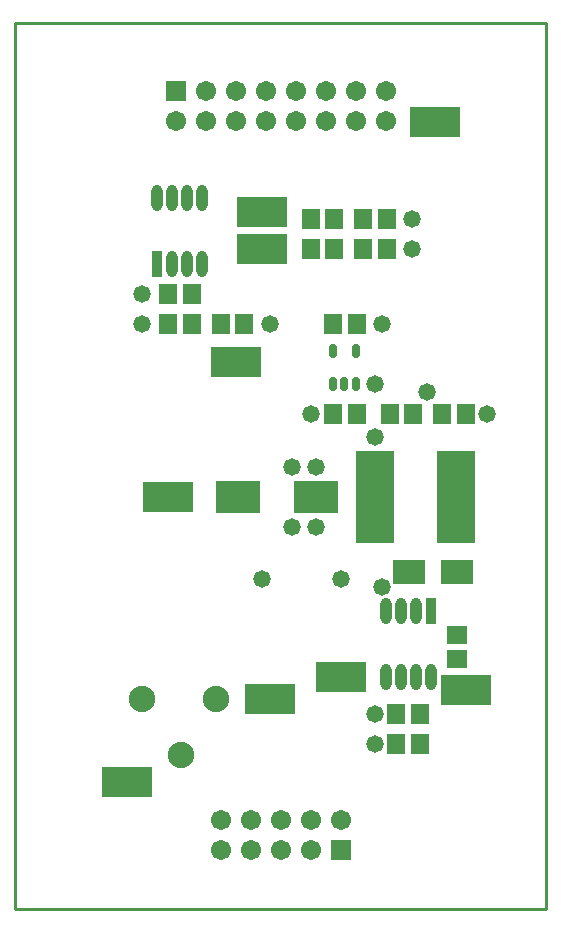
<source format=gts>
G04*
G04 #@! TF.GenerationSoftware,Altium Limited,Altium Designer,18.1.6 (161)*
G04*
G04 Layer_Color=8388736*
%FSLAX24Y24*%
%MOIN*%
G70*
G01*
G75*
%ADD10C,0.0100*%
%ADD15R,0.1480X0.1080*%
%ADD16R,0.1280X0.3080*%
%ADD17R,0.1654X0.1024*%
%ADD18O,0.0280X0.0480*%
%ADD19R,0.0631X0.0671*%
%ADD20R,0.0380X0.0880*%
%ADD21O,0.0380X0.0880*%
%ADD22R,0.0671X0.0631*%
%ADD23R,0.1080X0.0830*%
%ADD24R,0.0671X0.0671*%
%ADD25C,0.0671*%
%ADD26C,0.0880*%
%ADD27C,0.0580*%
D10*
X0Y0D02*
X17717D01*
Y29528D01*
X0D02*
X17717D01*
X0Y0D02*
Y29528D01*
D15*
X10050Y13750D02*
D03*
X7450D02*
D03*
D16*
X14708D02*
D03*
X12008D02*
D03*
D17*
X8500Y7000D02*
D03*
X3750Y4250D02*
D03*
X10858Y7750D02*
D03*
X14000Y26250D02*
D03*
X15037Y7323D02*
D03*
X5106Y13750D02*
D03*
X7358Y18250D02*
D03*
X8250Y22000D02*
D03*
Y23250D02*
D03*
D18*
X10608Y17500D02*
D03*
X10983D02*
D03*
X11358D02*
D03*
X10608Y18600D02*
D03*
X11358D02*
D03*
D19*
X9856Y23000D02*
D03*
X10644D02*
D03*
X9856Y22000D02*
D03*
X10644D02*
D03*
X13287Y16500D02*
D03*
X12500D02*
D03*
X15037D02*
D03*
X14250D02*
D03*
X5894Y19500D02*
D03*
X5106D02*
D03*
X7644D02*
D03*
X6856D02*
D03*
X11606Y22000D02*
D03*
X12394D02*
D03*
X11606Y23000D02*
D03*
X12394D02*
D03*
X11394Y16500D02*
D03*
X10606D02*
D03*
X13502Y6500D02*
D03*
X12715D02*
D03*
X13502Y5500D02*
D03*
X12715D02*
D03*
X10606Y19500D02*
D03*
X11394D02*
D03*
X5106Y20500D02*
D03*
X5894D02*
D03*
D20*
X13858Y9950D02*
D03*
X4750Y21500D02*
D03*
D21*
X13358Y9950D02*
D03*
X12858D02*
D03*
X12358D02*
D03*
X13858Y7750D02*
D03*
X13358D02*
D03*
X12858D02*
D03*
X12358D02*
D03*
X5250Y21500D02*
D03*
X5750D02*
D03*
X6250D02*
D03*
X4750Y23700D02*
D03*
X5250D02*
D03*
X5750D02*
D03*
X6250D02*
D03*
D22*
X14750Y8356D02*
D03*
Y9144D02*
D03*
D23*
Y11250D02*
D03*
X13150D02*
D03*
D24*
X5358Y27272D02*
D03*
X10858Y1969D02*
D03*
D25*
X5358Y26272D02*
D03*
X6358Y27272D02*
D03*
Y26272D02*
D03*
X7358Y27272D02*
D03*
Y26272D02*
D03*
X8358Y27272D02*
D03*
Y26272D02*
D03*
X9358Y27272D02*
D03*
Y26272D02*
D03*
X10358Y27272D02*
D03*
Y26272D02*
D03*
X11358Y27272D02*
D03*
Y26272D02*
D03*
X12358Y27272D02*
D03*
Y26272D02*
D03*
X10858Y2968D02*
D03*
X9858Y1969D02*
D03*
Y2968D02*
D03*
X8858Y1969D02*
D03*
Y2968D02*
D03*
X7858Y1969D02*
D03*
Y2968D02*
D03*
X6858Y1969D02*
D03*
Y2968D02*
D03*
D26*
X5530Y5130D02*
D03*
X4250Y7000D02*
D03*
X6711D02*
D03*
D27*
X12250Y10750D02*
D03*
X13750Y17250D02*
D03*
X8500Y19500D02*
D03*
X12250D02*
D03*
X13250Y23000D02*
D03*
Y22000D02*
D03*
X12000Y17500D02*
D03*
X8250Y11000D02*
D03*
X10858D02*
D03*
X12000Y15750D02*
D03*
X4250Y20500D02*
D03*
Y19500D02*
D03*
X15750Y16500D02*
D03*
X9250Y12750D02*
D03*
X10050D02*
D03*
X9250Y14750D02*
D03*
X10050D02*
D03*
X9858Y16500D02*
D03*
X12000Y6500D02*
D03*
X12008Y5500D02*
D03*
M02*

</source>
